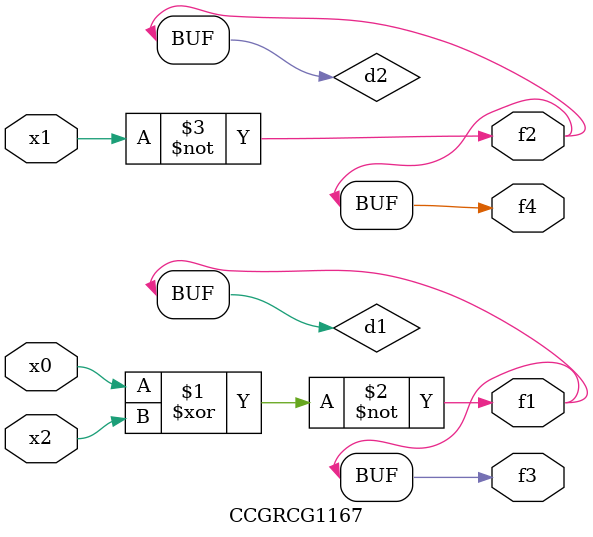
<source format=v>
module CCGRCG1167(
	input x0, x1, x2,
	output f1, f2, f3, f4
);

	wire d1, d2, d3;

	xnor (d1, x0, x2);
	nand (d2, x1);
	nor (d3, x1, x2);
	assign f1 = d1;
	assign f2 = d2;
	assign f3 = d1;
	assign f4 = d2;
endmodule

</source>
